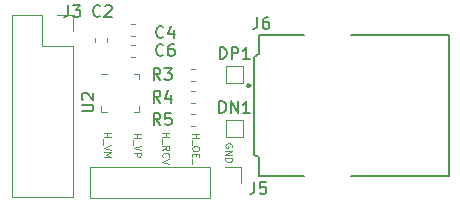
<source format=gbr>
G04 #@! TF.GenerationSoftware,KiCad,Pcbnew,5.1.6-c6e7f7d~86~ubuntu18.04.1*
G04 #@! TF.CreationDate,2021-05-10T21:05:39-07:00*
G04 #@! TF.ProjectId,usb_dev_pmod,7573625f-6465-4765-9f70-6d6f642e6b69,rev?*
G04 #@! TF.SameCoordinates,Original*
G04 #@! TF.FileFunction,Legend,Top*
G04 #@! TF.FilePolarity,Positive*
%FSLAX46Y46*%
G04 Gerber Fmt 4.6, Leading zero omitted, Abs format (unit mm)*
G04 Created by KiCad (PCBNEW 5.1.6-c6e7f7d~86~ubuntu18.04.1) date 2021-05-10 21:05:39*
%MOMM*%
%LPD*%
G01*
G04 APERTURE LIST*
%ADD10C,0.100000*%
%ADD11C,0.120000*%
%ADD12C,0.240000*%
%ADD13C,0.127000*%
%ADD14C,0.150000*%
G04 APERTURE END LIST*
D10*
X97772571Y-79684714D02*
X98372571Y-79684714D01*
X98086857Y-79684714D02*
X98086857Y-80027571D01*
X97772571Y-80027571D02*
X98372571Y-80027571D01*
X97715428Y-80170428D02*
X97715428Y-80627571D01*
X98372571Y-80884714D02*
X98372571Y-80999000D01*
X98344000Y-81056142D01*
X98286857Y-81113285D01*
X98172571Y-81141857D01*
X97972571Y-81141857D01*
X97858285Y-81113285D01*
X97801142Y-81056142D01*
X97772571Y-80999000D01*
X97772571Y-80884714D01*
X97801142Y-80827571D01*
X97858285Y-80770428D01*
X97972571Y-80741857D01*
X98172571Y-80741857D01*
X98286857Y-80770428D01*
X98344000Y-80827571D01*
X98372571Y-80884714D01*
X98086857Y-81399000D02*
X98086857Y-81599000D01*
X97772571Y-81684714D02*
X97772571Y-81399000D01*
X98372571Y-81399000D01*
X98372571Y-81684714D01*
X97715428Y-81799000D02*
X97715428Y-82256142D01*
X92819571Y-79687857D02*
X93419571Y-79687857D01*
X93133857Y-79687857D02*
X93133857Y-80030714D01*
X92819571Y-80030714D02*
X93419571Y-80030714D01*
X92762428Y-80173571D02*
X92762428Y-80630714D01*
X93419571Y-80687857D02*
X92819571Y-80887857D01*
X93419571Y-81087857D01*
X92819571Y-81287857D02*
X93419571Y-81287857D01*
X93419571Y-81516428D01*
X93391000Y-81573571D01*
X93362428Y-81602142D01*
X93305285Y-81630714D01*
X93219571Y-81630714D01*
X93162428Y-81602142D01*
X93133857Y-81573571D01*
X93105285Y-81516428D01*
X93105285Y-81287857D01*
X101138000Y-80822857D02*
X101166571Y-80765714D01*
X101166571Y-80680000D01*
X101138000Y-80594285D01*
X101080857Y-80537142D01*
X101023714Y-80508571D01*
X100909428Y-80480000D01*
X100823714Y-80480000D01*
X100709428Y-80508571D01*
X100652285Y-80537142D01*
X100595142Y-80594285D01*
X100566571Y-80680000D01*
X100566571Y-80737142D01*
X100595142Y-80822857D01*
X100623714Y-80851428D01*
X100823714Y-80851428D01*
X100823714Y-80737142D01*
X100566571Y-81108571D02*
X101166571Y-81108571D01*
X100566571Y-81451428D01*
X101166571Y-81451428D01*
X100566571Y-81737142D02*
X101166571Y-81737142D01*
X101166571Y-81880000D01*
X101138000Y-81965714D01*
X101080857Y-82022857D01*
X101023714Y-82051428D01*
X100909428Y-82080000D01*
X100823714Y-82080000D01*
X100709428Y-82051428D01*
X100652285Y-82022857D01*
X100595142Y-81965714D01*
X100566571Y-81880000D01*
X100566571Y-81737142D01*
X95232571Y-79641857D02*
X95832571Y-79641857D01*
X95546857Y-79641857D02*
X95546857Y-79984714D01*
X95232571Y-79984714D02*
X95832571Y-79984714D01*
X95175428Y-80127571D02*
X95175428Y-80584714D01*
X95232571Y-81070428D02*
X95518285Y-80870428D01*
X95232571Y-80727571D02*
X95832571Y-80727571D01*
X95832571Y-80956142D01*
X95804000Y-81013285D01*
X95775428Y-81041857D01*
X95718285Y-81070428D01*
X95632571Y-81070428D01*
X95575428Y-81041857D01*
X95546857Y-81013285D01*
X95518285Y-80956142D01*
X95518285Y-80727571D01*
X95289714Y-81670428D02*
X95261142Y-81641857D01*
X95232571Y-81556142D01*
X95232571Y-81499000D01*
X95261142Y-81413285D01*
X95318285Y-81356142D01*
X95375428Y-81327571D01*
X95489714Y-81299000D01*
X95575428Y-81299000D01*
X95689714Y-81327571D01*
X95746857Y-81356142D01*
X95804000Y-81413285D01*
X95832571Y-81499000D01*
X95832571Y-81556142D01*
X95804000Y-81641857D01*
X95775428Y-81670428D01*
X95832571Y-81841857D02*
X95232571Y-82041857D01*
X95832571Y-82241857D01*
X90279571Y-79645000D02*
X90879571Y-79645000D01*
X90593857Y-79645000D02*
X90593857Y-79987857D01*
X90279571Y-79987857D02*
X90879571Y-79987857D01*
X90222428Y-80130714D02*
X90222428Y-80587857D01*
X90879571Y-80645000D02*
X90279571Y-80845000D01*
X90879571Y-81045000D01*
X90279571Y-81245000D02*
X90879571Y-81245000D01*
X90451000Y-81445000D01*
X90879571Y-81645000D01*
X90279571Y-81645000D01*
D11*
X100646000Y-79948000D02*
X100646000Y-78548000D01*
X102046000Y-79948000D02*
X100646000Y-79948000D01*
X102046000Y-78548000D02*
X102046000Y-79948000D01*
X100646000Y-78548000D02*
X102046000Y-78548000D01*
X100646000Y-75376000D02*
X100646000Y-73976000D01*
X102046000Y-75376000D02*
X100646000Y-75376000D01*
X102046000Y-73976000D02*
X102046000Y-75376000D01*
X100646000Y-73976000D02*
X102046000Y-73976000D01*
D12*
X102672000Y-75592000D02*
G75*
G03*
X102672000Y-75592000I-120000J0D01*
G01*
D13*
X107202000Y-83292000D02*
X103402000Y-83292000D01*
X119502000Y-83292000D02*
X111202000Y-83292000D01*
X119502000Y-71292000D02*
X119502000Y-83292000D01*
X111202000Y-71292000D02*
X119502000Y-71292000D01*
X103402000Y-71292000D02*
X107202000Y-71292000D01*
X103402000Y-72942000D02*
X103402000Y-71292000D01*
X103002000Y-73142000D02*
X103402000Y-72942000D01*
X103002000Y-81442000D02*
X103002000Y-73142000D01*
X103402000Y-81642000D02*
X103002000Y-81442000D01*
X103402000Y-83292000D02*
X103402000Y-81642000D01*
D11*
X89533000Y-71569733D02*
X89533000Y-71912267D01*
X90553000Y-71569733D02*
X90553000Y-71912267D01*
X92895267Y-72134000D02*
X92552733Y-72134000D01*
X92895267Y-73154000D02*
X92552733Y-73154000D01*
X92895267Y-70356000D02*
X92552733Y-70356000D01*
X92895267Y-71376000D02*
X92552733Y-71376000D01*
X101914000Y-82490000D02*
X101914000Y-83820000D01*
X100584000Y-82490000D02*
X101914000Y-82490000D01*
X99314000Y-82490000D02*
X99314000Y-85150000D01*
X99314000Y-85150000D02*
X89094000Y-85150000D01*
X99314000Y-82490000D02*
X89094000Y-82490000D01*
X89094000Y-82490000D02*
X89094000Y-85150000D01*
X87690000Y-69663000D02*
X86360000Y-69663000D01*
X87690000Y-70993000D02*
X87690000Y-69663000D01*
X85090000Y-69663000D02*
X82490000Y-69663000D01*
X85090000Y-72263000D02*
X85090000Y-69663000D01*
X87690000Y-72263000D02*
X85090000Y-72263000D01*
X82490000Y-69663000D02*
X82490000Y-85023000D01*
X87690000Y-72263000D02*
X87690000Y-85023000D01*
X87690000Y-85023000D02*
X82490000Y-85023000D01*
X98038767Y-76071000D02*
X97696233Y-76071000D01*
X98038767Y-77091000D02*
X97696233Y-77091000D01*
X98038767Y-74166000D02*
X97696233Y-74166000D01*
X98038767Y-75186000D02*
X97696233Y-75186000D01*
X98038767Y-77976000D02*
X97696233Y-77976000D01*
X98038767Y-78996000D02*
X97696233Y-78996000D01*
X90559000Y-74590000D02*
X90084000Y-74590000D01*
X93304000Y-77810000D02*
X93304000Y-77335000D01*
X92829000Y-77810000D02*
X93304000Y-77810000D01*
X90084000Y-77810000D02*
X90084000Y-77335000D01*
X90559000Y-77810000D02*
X90084000Y-77810000D01*
X93304000Y-74590000D02*
X93304000Y-75065000D01*
X92829000Y-74590000D02*
X93304000Y-74590000D01*
D14*
X100084095Y-77922380D02*
X100084095Y-76922380D01*
X100322190Y-76922380D01*
X100465047Y-76970000D01*
X100560285Y-77065238D01*
X100607904Y-77160476D01*
X100655523Y-77350952D01*
X100655523Y-77493809D01*
X100607904Y-77684285D01*
X100560285Y-77779523D01*
X100465047Y-77874761D01*
X100322190Y-77922380D01*
X100084095Y-77922380D01*
X101084095Y-77922380D02*
X101084095Y-76922380D01*
X101655523Y-77922380D01*
X101655523Y-76922380D01*
X102655523Y-77922380D02*
X102084095Y-77922380D01*
X102369809Y-77922380D02*
X102369809Y-76922380D01*
X102274571Y-77065238D01*
X102179333Y-77160476D01*
X102084095Y-77208095D01*
X100107904Y-73350380D02*
X100107904Y-72350380D01*
X100346000Y-72350380D01*
X100488857Y-72398000D01*
X100584095Y-72493238D01*
X100631714Y-72588476D01*
X100679333Y-72778952D01*
X100679333Y-72921809D01*
X100631714Y-73112285D01*
X100584095Y-73207523D01*
X100488857Y-73302761D01*
X100346000Y-73350380D01*
X100107904Y-73350380D01*
X101107904Y-73350380D02*
X101107904Y-72350380D01*
X101488857Y-72350380D01*
X101584095Y-72398000D01*
X101631714Y-72445619D01*
X101679333Y-72540857D01*
X101679333Y-72683714D01*
X101631714Y-72778952D01*
X101584095Y-72826571D01*
X101488857Y-72874190D01*
X101107904Y-72874190D01*
X102631714Y-73350380D02*
X102060285Y-73350380D01*
X102346000Y-73350380D02*
X102346000Y-72350380D01*
X102250761Y-72493238D01*
X102155523Y-72588476D01*
X102060285Y-72636095D01*
X103298666Y-69810380D02*
X103298666Y-70524666D01*
X103251047Y-70667523D01*
X103155809Y-70762761D01*
X103012952Y-70810380D01*
X102917714Y-70810380D01*
X104203428Y-69810380D02*
X104012952Y-69810380D01*
X103917714Y-69858000D01*
X103870095Y-69905619D01*
X103774857Y-70048476D01*
X103727238Y-70238952D01*
X103727238Y-70619904D01*
X103774857Y-70715142D01*
X103822476Y-70762761D01*
X103917714Y-70810380D01*
X104108190Y-70810380D01*
X104203428Y-70762761D01*
X104251047Y-70715142D01*
X104298666Y-70619904D01*
X104298666Y-70381809D01*
X104251047Y-70286571D01*
X104203428Y-70238952D01*
X104108190Y-70191333D01*
X103917714Y-70191333D01*
X103822476Y-70238952D01*
X103774857Y-70286571D01*
X103727238Y-70381809D01*
X90003333Y-69699142D02*
X89955714Y-69746761D01*
X89812857Y-69794380D01*
X89717619Y-69794380D01*
X89574761Y-69746761D01*
X89479523Y-69651523D01*
X89431904Y-69556285D01*
X89384285Y-69365809D01*
X89384285Y-69222952D01*
X89431904Y-69032476D01*
X89479523Y-68937238D01*
X89574761Y-68842000D01*
X89717619Y-68794380D01*
X89812857Y-68794380D01*
X89955714Y-68842000D01*
X90003333Y-68889619D01*
X90384285Y-68889619D02*
X90431904Y-68842000D01*
X90527142Y-68794380D01*
X90765238Y-68794380D01*
X90860476Y-68842000D01*
X90908095Y-68889619D01*
X90955714Y-68984857D01*
X90955714Y-69080095D01*
X90908095Y-69222952D01*
X90336666Y-69794380D01*
X90955714Y-69794380D01*
X95337333Y-73001142D02*
X95289714Y-73048761D01*
X95146857Y-73096380D01*
X95051619Y-73096380D01*
X94908761Y-73048761D01*
X94813523Y-72953523D01*
X94765904Y-72858285D01*
X94718285Y-72667809D01*
X94718285Y-72524952D01*
X94765904Y-72334476D01*
X94813523Y-72239238D01*
X94908761Y-72144000D01*
X95051619Y-72096380D01*
X95146857Y-72096380D01*
X95289714Y-72144000D01*
X95337333Y-72191619D01*
X96194476Y-72096380D02*
X96004000Y-72096380D01*
X95908761Y-72144000D01*
X95861142Y-72191619D01*
X95765904Y-72334476D01*
X95718285Y-72524952D01*
X95718285Y-72905904D01*
X95765904Y-73001142D01*
X95813523Y-73048761D01*
X95908761Y-73096380D01*
X96099238Y-73096380D01*
X96194476Y-73048761D01*
X96242095Y-73001142D01*
X96289714Y-72905904D01*
X96289714Y-72667809D01*
X96242095Y-72572571D01*
X96194476Y-72524952D01*
X96099238Y-72477333D01*
X95908761Y-72477333D01*
X95813523Y-72524952D01*
X95765904Y-72572571D01*
X95718285Y-72667809D01*
X95337333Y-71477142D02*
X95289714Y-71524761D01*
X95146857Y-71572380D01*
X95051619Y-71572380D01*
X94908761Y-71524761D01*
X94813523Y-71429523D01*
X94765904Y-71334285D01*
X94718285Y-71143809D01*
X94718285Y-71000952D01*
X94765904Y-70810476D01*
X94813523Y-70715238D01*
X94908761Y-70620000D01*
X95051619Y-70572380D01*
X95146857Y-70572380D01*
X95289714Y-70620000D01*
X95337333Y-70667619D01*
X96194476Y-70905714D02*
X96194476Y-71572380D01*
X95956380Y-70524761D02*
X95718285Y-71239047D01*
X96337333Y-71239047D01*
X103044666Y-83780380D02*
X103044666Y-84494666D01*
X102997047Y-84637523D01*
X102901809Y-84732761D01*
X102758952Y-84780380D01*
X102663714Y-84780380D01*
X103997047Y-83780380D02*
X103520857Y-83780380D01*
X103473238Y-84256571D01*
X103520857Y-84208952D01*
X103616095Y-84161333D01*
X103854190Y-84161333D01*
X103949428Y-84208952D01*
X103997047Y-84256571D01*
X104044666Y-84351809D01*
X104044666Y-84589904D01*
X103997047Y-84685142D01*
X103949428Y-84732761D01*
X103854190Y-84780380D01*
X103616095Y-84780380D01*
X103520857Y-84732761D01*
X103473238Y-84685142D01*
X87296666Y-68794380D02*
X87296666Y-69508666D01*
X87249047Y-69651523D01*
X87153809Y-69746761D01*
X87010952Y-69794380D01*
X86915714Y-69794380D01*
X87677619Y-68794380D02*
X88296666Y-68794380D01*
X87963333Y-69175333D01*
X88106190Y-69175333D01*
X88201428Y-69222952D01*
X88249047Y-69270571D01*
X88296666Y-69365809D01*
X88296666Y-69603904D01*
X88249047Y-69699142D01*
X88201428Y-69746761D01*
X88106190Y-69794380D01*
X87820476Y-69794380D01*
X87725238Y-69746761D01*
X87677619Y-69699142D01*
X95083333Y-77033380D02*
X94750000Y-76557190D01*
X94511904Y-77033380D02*
X94511904Y-76033380D01*
X94892857Y-76033380D01*
X94988095Y-76081000D01*
X95035714Y-76128619D01*
X95083333Y-76223857D01*
X95083333Y-76366714D01*
X95035714Y-76461952D01*
X94988095Y-76509571D01*
X94892857Y-76557190D01*
X94511904Y-76557190D01*
X95940476Y-76366714D02*
X95940476Y-77033380D01*
X95702380Y-75985761D02*
X95464285Y-76700047D01*
X96083333Y-76700047D01*
X95083333Y-75128380D02*
X94750000Y-74652190D01*
X94511904Y-75128380D02*
X94511904Y-74128380D01*
X94892857Y-74128380D01*
X94988095Y-74176000D01*
X95035714Y-74223619D01*
X95083333Y-74318857D01*
X95083333Y-74461714D01*
X95035714Y-74556952D01*
X94988095Y-74604571D01*
X94892857Y-74652190D01*
X94511904Y-74652190D01*
X95416666Y-74128380D02*
X96035714Y-74128380D01*
X95702380Y-74509333D01*
X95845238Y-74509333D01*
X95940476Y-74556952D01*
X95988095Y-74604571D01*
X96035714Y-74699809D01*
X96035714Y-74937904D01*
X95988095Y-75033142D01*
X95940476Y-75080761D01*
X95845238Y-75128380D01*
X95559523Y-75128380D01*
X95464285Y-75080761D01*
X95416666Y-75033142D01*
X95083333Y-78938380D02*
X94750000Y-78462190D01*
X94511904Y-78938380D02*
X94511904Y-77938380D01*
X94892857Y-77938380D01*
X94988095Y-77986000D01*
X95035714Y-78033619D01*
X95083333Y-78128857D01*
X95083333Y-78271714D01*
X95035714Y-78366952D01*
X94988095Y-78414571D01*
X94892857Y-78462190D01*
X94511904Y-78462190D01*
X95988095Y-77938380D02*
X95511904Y-77938380D01*
X95464285Y-78414571D01*
X95511904Y-78366952D01*
X95607142Y-78319333D01*
X95845238Y-78319333D01*
X95940476Y-78366952D01*
X95988095Y-78414571D01*
X96035714Y-78509809D01*
X96035714Y-78747904D01*
X95988095Y-78843142D01*
X95940476Y-78890761D01*
X95845238Y-78938380D01*
X95607142Y-78938380D01*
X95511904Y-78890761D01*
X95464285Y-78843142D01*
X88415880Y-77787404D02*
X89225404Y-77787404D01*
X89320642Y-77739785D01*
X89368261Y-77692166D01*
X89415880Y-77596928D01*
X89415880Y-77406452D01*
X89368261Y-77311214D01*
X89320642Y-77263595D01*
X89225404Y-77215976D01*
X88415880Y-77215976D01*
X88511119Y-76787404D02*
X88463500Y-76739785D01*
X88415880Y-76644547D01*
X88415880Y-76406452D01*
X88463500Y-76311214D01*
X88511119Y-76263595D01*
X88606357Y-76215976D01*
X88701595Y-76215976D01*
X88844452Y-76263595D01*
X89415880Y-76835023D01*
X89415880Y-76215976D01*
M02*

</source>
